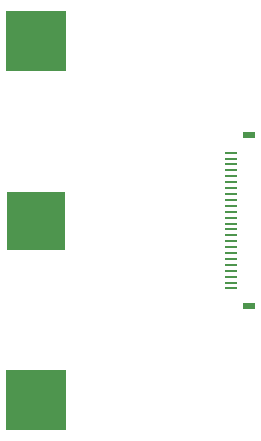
<source format=gbr>
G04 #@! TF.GenerationSoftware,KiCad,Pcbnew,(5.1.4)*
G04 #@! TF.CreationDate,2019-12-13T22:41:35+01:00*
G04 #@! TF.ProjectId,hardware,68617264-7761-4726-952e-6b696361645f,rev?*
G04 #@! TF.SameCoordinates,Original*
G04 #@! TF.FileFunction,Paste,Bot*
G04 #@! TF.FilePolarity,Positive*
%FSLAX46Y46*%
G04 Gerber Fmt 4.6, Leading zero omitted, Abs format (unit mm)*
G04 Created by KiCad (PCBNEW (5.1.4)) date 2019-12-13 22:41:35*
%MOMM*%
%LPD*%
G04 APERTURE LIST*
%ADD10R,5.100000X5.100000*%
%ADD11R,5.000000X5.000000*%
%ADD12R,1.000000X0.280000*%
%ADD13R,1.000000X0.500000*%
G04 APERTURE END LIST*
D10*
X40640000Y-151115000D03*
X40640000Y-120665000D03*
D11*
X40640000Y-135890000D03*
D12*
X57150000Y-130140000D03*
X57150000Y-130640000D03*
X57150000Y-131140000D03*
X57150000Y-131640000D03*
X57150000Y-132140000D03*
X57150000Y-132640000D03*
X57150000Y-133140000D03*
X57150000Y-133640000D03*
X57150000Y-134140000D03*
X57150000Y-134640000D03*
X57150000Y-135140000D03*
X57150000Y-135640000D03*
X57150000Y-136140000D03*
X57150000Y-136640000D03*
X57150000Y-137140000D03*
X57150000Y-137640000D03*
X57150000Y-138140000D03*
X57150000Y-138640000D03*
X57150000Y-139140000D03*
X57150000Y-139640000D03*
X57150000Y-140140000D03*
X57150000Y-140640000D03*
X57150000Y-141140000D03*
X57150000Y-141640000D03*
D13*
X58650000Y-128640000D03*
X58650000Y-143140000D03*
M02*

</source>
